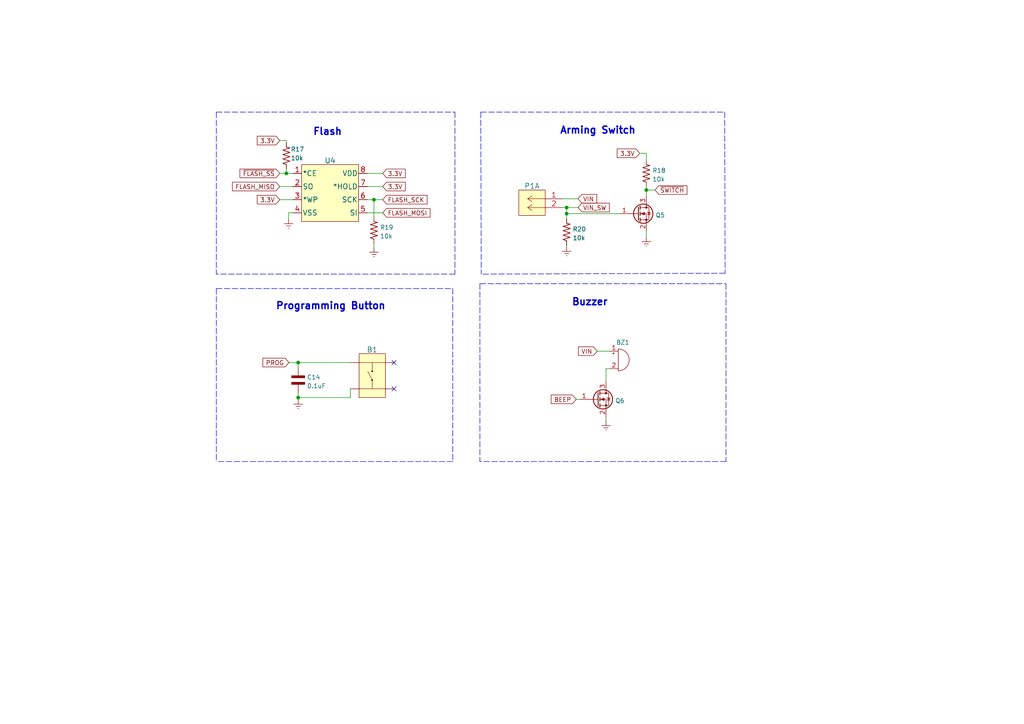
<source format=kicad_sch>
(kicad_sch (version 20211123) (generator eeschema)
  (paper "A4")
  (lib_symbols
    (symbol "Flight-Computer-Lite:2N7002W-7-F" (pin_names hide)
      (property "Reference" "Q" (at 5.08 1.905 0))
      (symbol "2N7002W-7-F_0_1"
        (polyline (pts (xy 0.254 0) (xy -2.54 0)))
        (polyline (pts (xy 0.254 1.905) (xy 0.254 -1.905)) (stroke (width 0.254)))
        (polyline (pts (xy 0.762 -1.27) (xy 0.762 -2.286)) (stroke (width 0.254)))
        (polyline (pts (xy 0.762 0.508) (xy 0.762 -0.508)) (stroke (width 0.254)))
        (polyline (pts (xy 0.762 2.286) (xy 0.762 1.27)) (stroke (width 0.254)))
        (polyline (pts (xy 2.54 2.54) (xy 2.54 1.778)))
        (polyline (pts (xy 2.54 -2.54) (xy 2.54 0) (xy 0.762 0)))
        (polyline (pts (xy 0.762 -1.778) (xy 3.302 -1.778) (xy 3.302 1.778) (xy 0.762 1.778)))
        (polyline (pts (xy 1.016 0) (xy 2.032 0.381) (xy 2.032 -0.381) (xy 1.016 0)) (fill (type outline)))
        (polyline (pts (xy 2.794 0.508) (xy 2.921 0.381) (xy 3.683 0.381) (xy 3.81 0.254)))
        (polyline (pts (xy 3.302 0.381) (xy 2.921 -0.254) (xy 3.683 -0.254) (xy 3.302 0.381)))
        (circle (center 1.651 0) (radius 2.794) (stroke (width 0.254)))
        (circle (center 2.54 -1.778) (radius 0.254) (fill (type outline)))
        (circle (center 2.54 1.778) (radius 0.254) (fill (type outline)))
      )
      (symbol "2N7002W-7-F_1_1"
        (pin input line (at -5.08 0 0) (length 2.54) (name "G") (number "1"))
        (pin passive line (at 2.54 -5.08 90) (length 2.54) (name "S") (number "2"))
        (pin passive line (at 2.54 5.08 270) (length 2.54) (name "D") (number "3"))
      )
    )
    (symbol "Flight-Computer:1984659" (pin_names (offset 0.254) hide)
      (property "Reference" "P" (at 8.89 6.35 0))
      (symbol "1984659_0_1"
        (rectangle (start 5.08 2.54) (end 12.7 -4.826) (stroke (width 0.1524)) (fill (type background)))
      )
      (symbol "1984659_1_1"
        (polyline (pts (xy 10.16 -2.54) (xy 5.08 -2.54)) (stroke (width 0.127)))
        (polyline (pts (xy 10.16 -2.54) (xy 8.89 -3.3782)) (stroke (width 0.127)))
        (polyline (pts (xy 10.16 -2.54) (xy 8.89 -1.7018)) (stroke (width 0.127)))
        (polyline (pts (xy 10.16 0) (xy 5.08 0)) (stroke (width 0.127)))
        (polyline (pts (xy 10.16 0) (xy 8.89 -0.8382)) (stroke (width 0.127)))
        (polyline (pts (xy 10.16 0) (xy 8.89 0.8382)) (stroke (width 0.127)))
        (pin passive line (at 0 0 0) (length 5.08) (name "5") (number "1"))
        (pin passive line (at 0 -2.54 0) (length 5.08) (name "6") (number "2"))
      )
      (symbol "1984659_2_1"
        (polyline (pts (xy 5.08 2.54) (xy 5.08 -4.826)) (stroke (width 0.127)))
        (polyline (pts (xy 10.16 -2.54) (xy 5.08 -2.54)) (stroke (width 0.127)))
        (polyline (pts (xy 10.16 -2.54) (xy 8.89 -3.3782)) (stroke (width 0.127)))
        (polyline (pts (xy 10.16 -2.54) (xy 8.89 -1.7018)) (stroke (width 0.127)))
        (polyline (pts (xy 10.16 0) (xy 5.08 0)) (stroke (width 0.127)))
        (polyline (pts (xy 10.16 0) (xy 8.89 -0.8382)) (stroke (width 0.127)))
        (polyline (pts (xy 10.16 0) (xy 8.89 0.8382)) (stroke (width 0.127)))
        (polyline (pts (xy 12.7 -4.826) (xy 12.7 2.54)) (stroke (width 0.127)))
        (polyline (pts (xy 12.7 2.54) (xy 5.08 2.54)) (stroke (width 0.127)))
        (polyline (pts (xy 5.08 -4.826) (xy 8.382 -4.826) (xy 12.7 -4.826)) (stroke (width 0.127)))
        (pin passive line (at 0 0 0) (length 5.08) (name "5") (number "3"))
        (pin passive line (at 0 -2.54 0) (length 5.08) (name "6") (number "4"))
      )
      (symbol "1984659_3_1"
        (polyline (pts (xy 5.08 2.54) (xy 5.08 -4.826)) (stroke (width 0.127)))
        (polyline (pts (xy 10.16 -2.54) (xy 5.08 -2.54)) (stroke (width 0.127)))
        (polyline (pts (xy 10.16 -2.54) (xy 8.89 -3.3782)) (stroke (width 0.127)))
        (polyline (pts (xy 10.16 -2.54) (xy 8.89 -1.7018)) (stroke (width 0.127)))
        (polyline (pts (xy 10.16 0) (xy 5.08 0)) (stroke (width 0.127)))
        (polyline (pts (xy 10.16 0) (xy 8.89 -0.8382)) (stroke (width 0.127)))
        (polyline (pts (xy 10.16 0) (xy 8.89 0.8382)) (stroke (width 0.127)))
        (polyline (pts (xy 12.7 -4.826) (xy 12.7 2.54)) (stroke (width 0.127)))
        (polyline (pts (xy 12.7 2.54) (xy 5.08 2.54)) (stroke (width 0.127)))
        (polyline (pts (xy 5.08 -4.826) (xy 8.382 -4.826) (xy 12.7 -4.826)) (stroke (width 0.127)))
        (pin passive line (at 0 0 0) (length 5.08) (name "5") (number "5"))
        (pin passive line (at 0 -2.54 0) (length 5.08) (name "6") (number "6"))
      )
    )
    (symbol "Flight-Computer:AT-1438-TWT-R" (pin_names (offset 0.0254) hide)
      (property "Reference" "BZ" (at 3.81 1.27 0))
      (symbol "AT-1438-TWT-R_0_1"
        (arc (start 0 -3.175) (mid 3.175 0) (end 0 3.175))
        (polyline (pts (xy -1.651 1.905) (xy -1.143 1.905)))
        (polyline (pts (xy -1.397 2.159) (xy -1.397 1.651)))
        (polyline (pts (xy 0 3.175) (xy 0 -3.175)))
      )
      (symbol "AT-1438-TWT-R_1_1"
        (pin passive line (at -2.54 2.54 0) (length 2.54) (name "-") (number "1"))
        (pin passive line (at -2.54 -2.54 0) (length 2.54) (name "+") (number "2"))
      )
    )
    (symbol "Flight-Computer:CAP_0603" (pin_numbers hide) (pin_names (offset 1.016) hide)
      (property "Reference" "C" (at -1.27 3.81 0))
      (property "Value" "CAP_0603" (at -3.81 -3.81 0))
      (symbol "CAP_0603_0_0"
        (rectangle (start -1.27 -1.905) (end -0.635 1.905) (fill (type outline)))
        (rectangle (start 0.635 -1.905) (end 1.27 1.905) (fill (type outline)))
        (pin passive line (at 3.81 0 180) (length 2.54) (name "~") (number "1"))
        (pin passive line (at -3.81 0 0) (length 2.54) (name "~") (number "2"))
      )
    )
    (symbol "Flight-Computer:Earth" (power) (pin_names (offset 0))
      (symbol "Earth_0_1"
        (polyline (pts (xy -0.635 -1.905) (xy 0.635 -1.905)))
        (polyline (pts (xy -0.127 -2.54) (xy 0.127 -2.54)))
        (polyline (pts (xy 0 -1.27) (xy 0 0)))
        (polyline (pts (xy 1.27 -1.27) (xy -1.27 -1.27)))
      )
      (symbol "Earth_1_1"
        (pin power_in line (at 0 0 270) (length 0) hide (name "Earth") (number "1"))
      )
    )
    (symbol "Flight-Computer:PTS647SM38SMTR2LFS" (pin_numbers hide) (pin_names (offset 0.254) hide)
      (property "Reference" "B" (at -1.27 8.89 0))
      (symbol "PTS647SM38SMTR2LFS_0_1"
        (rectangle (start -3.81 6.35) (end 3.81 -6.35) (stroke (width 0.1524)) (fill (type background)))
      )
      (symbol "PTS647SM38SMTR2LFS_1_1"
        (circle (center 0 -1.27) (radius 0.127) (stroke (width 0.254)))
        (polyline (pts (xy -3.81 -3.81) (xy 3.81 -3.81)) (stroke (width 0.127)))
        (polyline (pts (xy -3.81 3.81) (xy 3.81 3.81)) (stroke (width 0.127)))
        (polyline (pts (xy 0 -1.27) (xy -1.27 1.27)) (stroke (width 0.127)))
        (polyline (pts (xy 0 -1.27) (xy 0 -3.81)) (stroke (width 0.127)))
        (polyline (pts (xy 0 3.81) (xy 0 1.27)) (stroke (width 0.127)))
        (circle (center 0 1.27) (radius 0.127) (stroke (width 0.254)))
        (arc (start 0.127 -1.27) (mid -0.127 -1.27) (end 0.127 -1.27) (stroke (width 0.254)))
        (arc (start 0.127 1.27) (mid -0.127 1.27) (end 0.127 1.27) (stroke (width 0.254)))
        (pin passive line (at -6.35 -3.81 0) (length 2.54) (name "1") (number "1"))
        (pin passive line (at 6.35 3.81 180) (length 2.54) (name "2") (number "2"))
        (pin passive line (at -6.35 3.81 0) (length 2.54) (name "3") (number "3"))
        (pin passive line (at 6.35 -3.81 180) (length 2.54) (name "4") (number "4"))
      )
    )
    (symbol "Flight-Computer:RES_0603" (pin_numbers hide) (pin_names (offset 1.016) hide)
      (property "Reference" "R" (at -1.27 1.27 0))
      (property "Value" "RES_0603" (at -3.81 -2.54 0))
      (symbol "RES_0603_0_0"
        (polyline (pts (xy -2.54 0) (xy -2.159 1.016)) (stroke (width 0.2032)))
        (polyline (pts (xy -2.159 1.016) (xy -1.524 -1.016)) (stroke (width 0.2032)))
        (polyline (pts (xy -1.524 -1.016) (xy -0.889 1.016)) (stroke (width 0.2032)))
        (polyline (pts (xy -0.889 1.016) (xy -0.254 -1.016)) (stroke (width 0.2032)))
        (polyline (pts (xy -0.254 -1.016) (xy 0.381 1.016)) (stroke (width 0.2032)))
        (polyline (pts (xy 0.381 1.016) (xy 1.016 -1.016)) (stroke (width 0.2032)))
        (polyline (pts (xy 1.016 -1.016) (xy 1.651 1.016)) (stroke (width 0.2032)))
        (polyline (pts (xy 1.651 1.016) (xy 2.286 -1.016)) (stroke (width 0.2032)))
        (polyline (pts (xy 2.286 -1.016) (xy 2.54 0)) (stroke (width 0.2032)))
        (pin passive line (at -3.81 0 0) (length 1.27) (name "~") (number "1"))
        (pin passive line (at 3.81 0 180) (length 1.27) (name "~") (number "2"))
      )
    )
    (symbol "Flight-Computer:SST25VF040B-50-4I-S2AE-T" (pin_names (offset 0.254))
      (property "Reference" "U" (at -2.54 6.35 0))
      (symbol "SST25VF040B-50-4I-S2AE-T_1_1"
        (rectangle (start -8.89 5.08) (end 7.62 -11.43) (stroke (width 0.1524)) (fill (type background)))
        (pin input line (at -11.43 2.54 0) (length 2.54) (name "*CE") (number "1"))
        (pin output line (at -11.43 -1.27 0) (length 2.54) (name "SO") (number "2"))
        (pin input line (at -11.43 -5.08 0) (length 2.54) (name "*WP") (number "3"))
        (pin power_in line (at -11.43 -8.89 0) (length 2.54) (name "VSS") (number "4"))
        (pin input line (at 10.16 -8.89 180) (length 2.54) (name "SI") (number "5"))
        (pin input line (at 10.16 -5.08 180) (length 2.54) (name "SCK") (number "6"))
        (pin input line (at 10.16 -1.27 180) (length 2.54) (name "*HOLD") (number "7"))
        (pin power_in line (at 10.16 2.54 180) (length 2.54) (name "VDD") (number "8"))
      )
    )
  )
  (junction (at 187.452 55.118))
  (junction (at 108.458 57.912))
  (junction (at 164.338 60.198))
  (junction (at 164.338 61.976))
  (junction (at 86.487 105.156))
  (junction (at 86.487 115.316))
  (junction (at 83.058 50.292))
  (no_connect (at 114.3 112.776))
  (no_connect (at 114.3 105.156))
  (wire (pts (xy 86.487 114.046) (xy 86.487 115.316)))
  (wire (pts (xy 108.458 70.612) (xy 108.458 71.882)))
  (wire (pts (xy 106.553 57.912) (xy 108.458 57.912)))
  (polyline (pts (xy 131.953 32.512) (xy 131.953 79.502)))
  (wire (pts (xy 175.768 110.744) (xy 175.768 106.934)))
  (wire (pts (xy 163.195 57.658) (xy 167.64 57.658)))
  (polyline (pts (xy 139.446 32.512) (xy 139.573 79.502)))
  (wire (pts (xy 163.195 60.198) (xy 164.338 60.198)))
  (wire (pts (xy 185.547 44.45) (xy 187.452 44.45)))
  (wire (pts (xy 164.338 61.976) (xy 164.338 63.5)))
  (wire (pts (xy 81.153 54.102) (xy 84.963 54.102)))
  (wire (pts (xy 81.153 57.912) (xy 84.963 57.912)))
  (polyline (pts (xy 210.566 133.858) (xy 139.192 133.858)))
  (wire (pts (xy 83.82 105.156) (xy 86.487 105.156)))
  (wire (pts (xy 84.963 61.722) (xy 83.693 61.722)))
  (wire (pts (xy 81.153 40.767) (xy 83.058 40.767)))
  (wire (pts (xy 164.338 60.198) (xy 164.338 61.976)))
  (wire (pts (xy 108.458 57.912) (xy 108.458 62.992)))
  (polyline (pts (xy 131.318 133.858) (xy 62.738 133.858)))
  (wire (pts (xy 83.058 50.292) (xy 84.963 50.292)))
  (wire (pts (xy 164.338 71.628) (xy 164.338 71.12)))
  (wire (pts (xy 167.132 115.824) (xy 168.148 115.824)))
  (wire (pts (xy 164.338 61.976) (xy 179.832 61.976)))
  (polyline (pts (xy 62.738 83.693) (xy 62.738 133.858)))
  (wire (pts (xy 187.452 55.118) (xy 189.992 55.118)))
  (polyline (pts (xy 210.312 79.248) (xy 139.573 79.502)))
  (polyline (pts (xy 62.738 83.693) (xy 131.318 83.693)))
  (wire (pts (xy 173.228 101.854) (xy 176.784 101.854)))
  (polyline (pts (xy 210.566 82.296) (xy 210.566 133.858)))
  (wire (pts (xy 101.6 112.776) (xy 101.6 115.316)))
  (polyline (pts (xy 210.185 32.512) (xy 210.312 79.248)))
  (wire (pts (xy 187.452 44.45) (xy 187.452 46.482)))
  (wire (pts (xy 83.058 40.767) (xy 83.058 41.402)))
  (polyline (pts (xy 62.738 32.512) (xy 131.953 32.512)))
  (wire (pts (xy 83.058 49.022) (xy 83.058 50.292)))
  (polyline (pts (xy 139.446 32.512) (xy 210.185 32.512)))
  (wire (pts (xy 164.338 60.198) (xy 167.64 60.198)))
  (wire (pts (xy 81.153 50.292) (xy 83.058 50.292)))
  (wire (pts (xy 106.553 61.722) (xy 110.998 61.722)))
  (wire (pts (xy 187.452 54.102) (xy 187.452 55.118)))
  (wire (pts (xy 86.487 105.156) (xy 101.6 105.156)))
  (polyline (pts (xy 131.953 79.502) (xy 62.738 79.502)))
  (wire (pts (xy 187.452 55.118) (xy 187.452 56.896)))
  (wire (pts (xy 106.553 54.102) (xy 110.998 54.102)))
  (polyline (pts (xy 139.192 82.296) (xy 210.566 82.296)))
  (wire (pts (xy 175.768 120.904) (xy 175.768 122.174)))
  (wire (pts (xy 86.487 115.316) (xy 101.6 115.316)))
  (polyline (pts (xy 139.192 82.296) (xy 139.192 133.858)))
  (wire (pts (xy 86.487 115.316) (xy 86.487 115.951)))
  (wire (pts (xy 108.458 57.912) (xy 110.998 57.912)))
  (wire (pts (xy 187.452 67.056) (xy 187.452 68.834)))
  (polyline (pts (xy 131.318 83.693) (xy 131.318 133.858)))
  (wire (pts (xy 175.768 106.934) (xy 176.784 106.934)))
  (polyline (pts (xy 62.738 32.512) (xy 62.738 79.502)))
  (wire (pts (xy 86.487 106.426) (xy 86.487 105.156)))
  (wire (pts (xy 83.693 61.722) (xy 83.693 63.627)))
  (wire (pts (xy 106.553 50.292) (xy 110.998 50.292)))
  (text "Programming Button" (at 79.883 90.043 0) (effects (font (size 2.032 2.032) (thickness 0.4064) bold) (justify left bottom)))
  (text "Buzzer" (at 165.735 88.9 0) (effects (font (size 2.032 2.032) (thickness 0.4064) bold) (justify left bottom)))
  (text "Arming Switch" (at 162.306 39.116 0) (effects (font (size 2.032 2.032) (thickness 0.4064) bold) (justify left bottom)))
  (text "Flash" (at 90.678 39.497 0) (effects (font (size 2.032 2.032) (thickness 0.4064) bold) (justify left bottom)))
  (global_label "3.3V" (shape input) (at 110.998 50.292 0) (property "Intersheet References" "${INTERSHEET_REFS}" (effects hide)))
  (global_label "FLASH_MOSI" (shape input) (at 110.998 61.722 0) (property "Intersheet References" "${INTERSHEET_REFS}" (effects hide)))
  (global_label "3.3V" (shape input) (at 81.153 40.767 180) (property "Intersheet References" "${INTERSHEET_REFS}" (effects hide)))
  (global_label "VIN_SW" (shape input) (at 167.64 60.198 0) (property "Intersheet References" "${INTERSHEET_REFS}" (effects hide)))
  (global_label "BEEP" (shape input) (at 167.132 115.824 180) (property "Intersheet References" "${INTERSHEET_REFS}" (effects hide)))
  (global_label "VIN" (shape input) (at 167.64 57.658 0) (property "Intersheet References" "${INTERSHEET_REFS}" (effects hide)))
  (global_label "3.3V" (shape input) (at 110.998 54.102 0) (property "Intersheet References" "${INTERSHEET_REFS}" (effects hide)))
  (global_label "VIN" (shape input) (at 173.228 101.854 180) (property "Intersheet References" "${INTERSHEET_REFS}" (effects hide)))
  (global_label "~{FLASH_SS}" (shape input) (at 81.153 50.292 180) (property "Intersheet References" "${INTERSHEET_REFS}" (effects hide)))
  (global_label "3.3V" (shape input) (at 185.547 44.45 180) (property "Intersheet References" "${INTERSHEET_REFS}" (effects hide)))
  (global_label "3.3V" (shape input) (at 81.153 57.912 180) (property "Intersheet References" "${INTERSHEET_REFS}" (effects hide)))
  (global_label "~{SWITCH}" (shape input) (at 189.992 55.118 0) (property "Intersheet References" "${INTERSHEET_REFS}" (effects hide)))
  (global_label "FLASH_MISO" (shape input) (at 81.153 54.102 180) (property "Intersheet References" "${INTERSHEET_REFS}" (effects hide)))
  (global_label "FLASH_SCK" (shape input) (at 110.998 57.912 0) (property "Intersheet References" "${INTERSHEET_REFS}" (effects hide)))
  (global_label "PROG" (shape input) (at 83.82 105.156 180) (property "Intersheet References" "${INTERSHEET_REFS}" (effects hide)))
  (symbol (lib_id "Flight-Computer:RES_0603") (at 83.058 45.212 90) (unit 1)
    (property "Reference" "R17" (at 84.328 43.307 90) (effects (justify right)))
    (property "Value" "10k" (at 84.328 45.847 90) (effects (justify right)))
    (property "Footprint" "Flight-Computer-Lite:RES_0603" (effects hide))
  )
  (symbol (lib_id "Flight-Computer:Earth") (at 108.458 71.882 0) (unit 1)
    (property "Reference" "#PWR030" (effects hide))
    (property "Value" "Earth" (effects hide))
  )
  (symbol (lib_id "Flight-Computer-Lite:2N7002W-7-F") (at 184.912 61.976 0) (unit 1)
    (property "Reference" "Q5" (at 190.119 62.4098 0) (effects (justify left)))
    (property "Value" "2N7002W-7-F" (effects hide))
    (property "Footprint" "Flight-Computer-Lite:2N7002W-7-F" (effects hide))
    (property "Datasheet" "https://www.onsemi.com/pub/Collateral/NDS7002A-D.PDF" (effects hide))
  )
  (symbol (lib_id "Flight-Computer:Earth") (at 175.768 122.174 0) (unit 1)
    (property "Reference" "#PWR032" (effects hide))
    (property "Value" "Earth" (effects hide))
  )
  (symbol (lib_id "Flight-Computer:Earth") (at 164.338 71.628 0) (unit 1)
    (property "Reference" "#PWR029" (effects hide))
    (property "Value" "Earth" (effects hide))
  )
  (symbol (lib_id "Flight-Computer:AT-1438-TWT-R") (at 179.324 104.394 0) (unit 1)
    (property "Reference" "BZ1" (at 178.689 99.314 0) (effects (justify left)))
    (property "Value" "AT-1438-TWT-R" (effects hide))
    (property "Footprint" "Flight-Computer-Lite:AT-1438-TWT-R" (effects hide))
  )
  (symbol (lib_id "Flight-Computer:RES_0603") (at 164.338 67.31 90) (unit 1)
    (property "Reference" "R20" (at 166.0906 66.4753 90) (effects (justify right)))
    (property "Value" "10k" (at 166.0906 69.0122 90) (effects (justify right)))
    (property "Footprint" "Flight-Computer-Lite:RES_0603" (effects hide))
  )
  (symbol (lib_id "Flight-Computer:RES_0603") (at 108.458 66.802 90) (unit 1)
    (property "Reference" "R19" (at 110.2106 65.9673 90) (effects (justify right)))
    (property "Value" "10k" (at 110.2106 68.5042 90) (effects (justify right)))
    (property "Footprint" "Flight-Computer-Lite:RES_0603" (effects hide))
  )
  (symbol (lib_id "Flight-Computer:PTS647SM38SMTR2LFS") (at 107.95 108.966 0) (unit 1)
    (property "Reference" "B1" (at 107.95 101.4491 0) (effects (font (size 1.524 1.524))))
    (property "Value" "PTS647SM38SMTR2LFS" (effects hide))
    (property "Footprint" "Flight-Computer-Lite:PTS647SM38SMTR2LFS" (effects hide))
  )
  (symbol (lib_id "Flight-Computer:1984659") (at 163.195 57.658 0) (mirror y) (unit 1)
    (property "Reference" "P1" (at 154.305 53.9511 0) (effects (font (size 1.524 1.524))))
    (property "Value" "1984659" (effects hide))
    (property "Footprint" "Flight-Computer-Lite:1984659" (effects hide))
  )
  (symbol (lib_id "Flight-Computer-Lite:2N7002W-7-F") (at 173.228 115.824 0) (unit 1)
    (property "Reference" "Q6" (at 178.435 116.2578 0) (effects (justify left)))
    (property "Value" "2N7002W-7-F" (effects hide))
    (property "Footprint" "Flight-Computer-Lite:2N7002W-7-F" (effects hide))
    (property "Datasheet" "https://www.onsemi.com/pub/Collateral/NDS7002A-D.PDF" (effects hide))
  )
  (symbol (lib_id "Flight-Computer:Earth") (at 86.487 115.951 0) (unit 1)
    (property "Reference" "#PWR031" (effects hide))
    (property "Value" "Earth" (effects hide))
  )
  (symbol (lib_id "Flight-Computer:RES_0603") (at 187.452 50.292 90) (unit 1)
    (property "Reference" "R18" (at 189.2046 49.4573 90) (effects (justify right)))
    (property "Value" "10k" (at 189.2046 51.9942 90) (effects (justify right)))
    (property "Footprint" "Flight-Computer-Lite:RES_0603" (effects hide))
  )
  (symbol (lib_id "Flight-Computer:Earth") (at 187.452 68.834 0) (unit 1)
    (property "Reference" "#PWR028" (effects hide))
    (property "Value" "Earth" (effects hide))
  )
  (symbol (lib_id "Flight-Computer:CAP_0603") (at 86.487 110.236 90) (unit 1)
    (property "Reference" "C14" (at 89.027 109.4013 90) (effects (justify right)))
    (property "Value" "0.1uF" (at 89.027 111.9382 90) (effects (justify right)))
    (property "Footprint" "Flight-Computer-Lite:CAP_0603" (effects hide))
  )
  (symbol (lib_id "Flight-Computer:SST25VF040B-50-4I-S2AE-T") (at 96.393 52.832 0) (unit 1)
    (property "Reference" "U4" (at 95.758 46.5851 0) (effects (font (size 1.524 1.524))))
    (property "Value" "SST25VF040B-50-4I-S2AE-T" (effects hide))
    (property "Footprint" "Flight-Computer-Lite:SST25VF040B-50-4I-S2AE-T" (effects hide))
  )
  (symbol (lib_id "Flight-Computer:Earth") (at 83.693 63.627 0) (unit 1)
    (property "Reference" "#PWR027" (effects hide))
    (property "Value" "Earth" (effects hide))
  )
)
</source>
